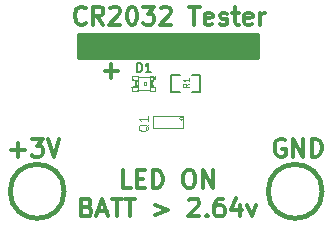
<source format=gto>
G04 (created by PCBNEW (2013-june-11)-stable) date Wed 28 May 2014 08:32:28 PM PDT*
%MOIN*%
G04 Gerber Fmt 3.4, Leading zero omitted, Abs format*
%FSLAX34Y34*%
G01*
G70*
G90*
G04 APERTURE LIST*
%ADD10C,0.00590551*%
%ADD11C,0.011811*%
%ADD12C,0.0031*%
%ADD13C,0.005*%
%ADD14C,0.0026*%
%ADD15C,0.004*%
%ADD16C,0.002*%
%ADD17C,0.015*%
%ADD18C,0.0047*%
%ADD19C,0.0045*%
%ADD20C,0.01*%
G04 APERTURE END LIST*
G54D10*
G54D11*
X61250Y-60176D02*
X61193Y-60148D01*
X61109Y-60148D01*
X61025Y-60176D01*
X60968Y-60232D01*
X60940Y-60289D01*
X60912Y-60401D01*
X60912Y-60485D01*
X60940Y-60598D01*
X60968Y-60654D01*
X61025Y-60710D01*
X61109Y-60739D01*
X61165Y-60739D01*
X61250Y-60710D01*
X61278Y-60682D01*
X61278Y-60485D01*
X61165Y-60485D01*
X61531Y-60739D02*
X61531Y-60148D01*
X61868Y-60739D01*
X61868Y-60148D01*
X62149Y-60739D02*
X62149Y-60148D01*
X62290Y-60148D01*
X62374Y-60176D01*
X62431Y-60232D01*
X62459Y-60289D01*
X62487Y-60401D01*
X62487Y-60485D01*
X62459Y-60598D01*
X62431Y-60654D01*
X62374Y-60710D01*
X62290Y-60739D01*
X62149Y-60739D01*
X55245Y-57884D02*
X55694Y-57884D01*
X55470Y-58109D02*
X55470Y-57659D01*
X52140Y-60514D02*
X52590Y-60514D01*
X52365Y-60739D02*
X52365Y-60289D01*
X52815Y-60148D02*
X53181Y-60148D01*
X52984Y-60373D01*
X53068Y-60373D01*
X53124Y-60401D01*
X53153Y-60429D01*
X53181Y-60485D01*
X53181Y-60626D01*
X53153Y-60682D01*
X53124Y-60710D01*
X53068Y-60739D01*
X52900Y-60739D01*
X52843Y-60710D01*
X52815Y-60682D01*
X53349Y-60148D02*
X53546Y-60739D01*
X53743Y-60148D01*
X56126Y-61789D02*
X55845Y-61789D01*
X55845Y-61198D01*
X56323Y-61479D02*
X56520Y-61479D01*
X56604Y-61789D02*
X56323Y-61789D01*
X56323Y-61198D01*
X56604Y-61198D01*
X56857Y-61789D02*
X56857Y-61198D01*
X56998Y-61198D01*
X57082Y-61226D01*
X57139Y-61282D01*
X57167Y-61339D01*
X57195Y-61451D01*
X57195Y-61535D01*
X57167Y-61648D01*
X57139Y-61704D01*
X57082Y-61760D01*
X56998Y-61789D01*
X56857Y-61789D01*
X58010Y-61198D02*
X58123Y-61198D01*
X58179Y-61226D01*
X58235Y-61282D01*
X58263Y-61395D01*
X58263Y-61592D01*
X58235Y-61704D01*
X58179Y-61760D01*
X58123Y-61789D01*
X58010Y-61789D01*
X57954Y-61760D01*
X57898Y-61704D01*
X57870Y-61592D01*
X57870Y-61395D01*
X57898Y-61282D01*
X57954Y-61226D01*
X58010Y-61198D01*
X58517Y-61789D02*
X58517Y-61198D01*
X58854Y-61789D01*
X58854Y-61198D01*
X54664Y-62424D02*
X54748Y-62452D01*
X54776Y-62480D01*
X54805Y-62537D01*
X54805Y-62621D01*
X54776Y-62677D01*
X54748Y-62705D01*
X54692Y-62733D01*
X54467Y-62733D01*
X54467Y-62143D01*
X54664Y-62143D01*
X54720Y-62171D01*
X54748Y-62199D01*
X54776Y-62255D01*
X54776Y-62312D01*
X54748Y-62368D01*
X54720Y-62396D01*
X54664Y-62424D01*
X54467Y-62424D01*
X55029Y-62565D02*
X55311Y-62565D01*
X54973Y-62733D02*
X55170Y-62143D01*
X55367Y-62733D01*
X55479Y-62143D02*
X55817Y-62143D01*
X55648Y-62733D02*
X55648Y-62143D01*
X55929Y-62143D02*
X56267Y-62143D01*
X56098Y-62733D02*
X56098Y-62143D01*
X56914Y-62340D02*
X57364Y-62508D01*
X56914Y-62677D01*
X58067Y-62199D02*
X58095Y-62171D01*
X58151Y-62143D01*
X58292Y-62143D01*
X58348Y-62171D01*
X58376Y-62199D01*
X58404Y-62255D01*
X58404Y-62312D01*
X58376Y-62396D01*
X58038Y-62733D01*
X58404Y-62733D01*
X58657Y-62677D02*
X58685Y-62705D01*
X58657Y-62733D01*
X58629Y-62705D01*
X58657Y-62677D01*
X58657Y-62733D01*
X59191Y-62143D02*
X59079Y-62143D01*
X59023Y-62171D01*
X58995Y-62199D01*
X58938Y-62283D01*
X58910Y-62396D01*
X58910Y-62621D01*
X58938Y-62677D01*
X58966Y-62705D01*
X59023Y-62733D01*
X59135Y-62733D01*
X59191Y-62705D01*
X59220Y-62677D01*
X59248Y-62621D01*
X59248Y-62480D01*
X59220Y-62424D01*
X59191Y-62396D01*
X59135Y-62368D01*
X59023Y-62368D01*
X58966Y-62396D01*
X58938Y-62424D01*
X58910Y-62480D01*
X59754Y-62340D02*
X59754Y-62733D01*
X59613Y-62115D02*
X59473Y-62537D01*
X59838Y-62537D01*
X60007Y-62340D02*
X60148Y-62733D01*
X60288Y-62340D01*
X54615Y-56282D02*
X54587Y-56310D01*
X54503Y-56339D01*
X54447Y-56339D01*
X54362Y-56310D01*
X54306Y-56254D01*
X54278Y-56198D01*
X54250Y-56085D01*
X54250Y-56001D01*
X54278Y-55889D01*
X54306Y-55832D01*
X54362Y-55776D01*
X54447Y-55748D01*
X54503Y-55748D01*
X54587Y-55776D01*
X54615Y-55804D01*
X55206Y-56339D02*
X55009Y-56057D01*
X54869Y-56339D02*
X54869Y-55748D01*
X55094Y-55748D01*
X55150Y-55776D01*
X55178Y-55804D01*
X55206Y-55860D01*
X55206Y-55945D01*
X55178Y-56001D01*
X55150Y-56029D01*
X55094Y-56057D01*
X54869Y-56057D01*
X55431Y-55804D02*
X55459Y-55776D01*
X55515Y-55748D01*
X55656Y-55748D01*
X55712Y-55776D01*
X55740Y-55804D01*
X55768Y-55860D01*
X55768Y-55917D01*
X55740Y-56001D01*
X55403Y-56339D01*
X55768Y-56339D01*
X56134Y-55748D02*
X56190Y-55748D01*
X56247Y-55776D01*
X56275Y-55804D01*
X56303Y-55860D01*
X56331Y-55973D01*
X56331Y-56114D01*
X56303Y-56226D01*
X56275Y-56282D01*
X56247Y-56310D01*
X56190Y-56339D01*
X56134Y-56339D01*
X56078Y-56310D01*
X56050Y-56282D01*
X56022Y-56226D01*
X55993Y-56114D01*
X55993Y-55973D01*
X56022Y-55860D01*
X56050Y-55804D01*
X56078Y-55776D01*
X56134Y-55748D01*
X56528Y-55748D02*
X56893Y-55748D01*
X56696Y-55973D01*
X56781Y-55973D01*
X56837Y-56001D01*
X56865Y-56029D01*
X56893Y-56085D01*
X56893Y-56226D01*
X56865Y-56282D01*
X56837Y-56310D01*
X56781Y-56339D01*
X56612Y-56339D01*
X56556Y-56310D01*
X56528Y-56282D01*
X57118Y-55804D02*
X57146Y-55776D01*
X57203Y-55748D01*
X57343Y-55748D01*
X57400Y-55776D01*
X57428Y-55804D01*
X57456Y-55860D01*
X57456Y-55917D01*
X57428Y-56001D01*
X57090Y-56339D01*
X57456Y-56339D01*
X58074Y-55748D02*
X58412Y-55748D01*
X58243Y-56339D02*
X58243Y-55748D01*
X58834Y-56310D02*
X58777Y-56339D01*
X58665Y-56339D01*
X58609Y-56310D01*
X58581Y-56254D01*
X58581Y-56029D01*
X58609Y-55973D01*
X58665Y-55945D01*
X58777Y-55945D01*
X58834Y-55973D01*
X58862Y-56029D01*
X58862Y-56085D01*
X58581Y-56142D01*
X59087Y-56310D02*
X59143Y-56339D01*
X59256Y-56339D01*
X59312Y-56310D01*
X59340Y-56254D01*
X59340Y-56226D01*
X59312Y-56170D01*
X59256Y-56142D01*
X59171Y-56142D01*
X59115Y-56114D01*
X59087Y-56057D01*
X59087Y-56029D01*
X59115Y-55973D01*
X59171Y-55945D01*
X59256Y-55945D01*
X59312Y-55973D01*
X59509Y-55945D02*
X59734Y-55945D01*
X59593Y-55748D02*
X59593Y-56254D01*
X59621Y-56310D01*
X59677Y-56339D01*
X59734Y-56339D01*
X60155Y-56310D02*
X60099Y-56339D01*
X59987Y-56339D01*
X59930Y-56310D01*
X59902Y-56254D01*
X59902Y-56029D01*
X59930Y-55973D01*
X59987Y-55945D01*
X60099Y-55945D01*
X60155Y-55973D01*
X60184Y-56029D01*
X60184Y-56085D01*
X59902Y-56142D01*
X60437Y-56339D02*
X60437Y-55945D01*
X60437Y-56057D02*
X60465Y-56001D01*
X60493Y-55973D01*
X60549Y-55945D01*
X60605Y-55945D01*
G54D12*
X57875Y-59462D02*
G75*
G03X57875Y-59462I-62J0D01*
G74*
G01*
X56850Y-59800D02*
X56850Y-59400D01*
X57875Y-59800D02*
X57875Y-59400D01*
X56850Y-59400D02*
X57875Y-59400D01*
X57875Y-59800D02*
X56850Y-59800D01*
G54D13*
X57753Y-58025D02*
X57475Y-58025D01*
X57475Y-58025D02*
X57475Y-58575D01*
X57475Y-58575D02*
X57753Y-58575D01*
X58425Y-58025D02*
X58147Y-58025D01*
X58425Y-58025D02*
X58425Y-58575D01*
X58425Y-58575D02*
X58147Y-58575D01*
G54D14*
X56746Y-58418D02*
X56746Y-58546D01*
X56746Y-58546D02*
X56943Y-58546D01*
X56943Y-58418D02*
X56943Y-58546D01*
X56746Y-58418D02*
X56943Y-58418D01*
X56746Y-58173D02*
X56746Y-58232D01*
X56746Y-58232D02*
X56845Y-58232D01*
X56845Y-58173D02*
X56845Y-58232D01*
X56746Y-58173D02*
X56845Y-58173D01*
X56746Y-58368D02*
X56746Y-58427D01*
X56746Y-58427D02*
X56845Y-58427D01*
X56845Y-58368D02*
X56845Y-58427D01*
X56746Y-58368D02*
X56845Y-58368D01*
X56746Y-58222D02*
X56746Y-58378D01*
X56746Y-58378D02*
X56815Y-58378D01*
X56815Y-58222D02*
X56815Y-58378D01*
X56746Y-58222D02*
X56815Y-58222D01*
X56157Y-58418D02*
X56157Y-58546D01*
X56157Y-58546D02*
X56354Y-58546D01*
X56354Y-58418D02*
X56354Y-58546D01*
X56157Y-58418D02*
X56354Y-58418D01*
X56157Y-58054D02*
X56157Y-58182D01*
X56157Y-58182D02*
X56354Y-58182D01*
X56354Y-58054D02*
X56354Y-58182D01*
X56157Y-58054D02*
X56354Y-58054D01*
X56255Y-58368D02*
X56255Y-58427D01*
X56255Y-58427D02*
X56354Y-58427D01*
X56354Y-58368D02*
X56354Y-58427D01*
X56255Y-58368D02*
X56354Y-58368D01*
X56255Y-58173D02*
X56255Y-58232D01*
X56255Y-58232D02*
X56354Y-58232D01*
X56354Y-58173D02*
X56354Y-58232D01*
X56255Y-58173D02*
X56354Y-58173D01*
X56285Y-58222D02*
X56285Y-58378D01*
X56285Y-58378D02*
X56354Y-58378D01*
X56354Y-58222D02*
X56354Y-58378D01*
X56285Y-58222D02*
X56354Y-58222D01*
X56550Y-58261D02*
X56550Y-58339D01*
X56550Y-58339D02*
X56628Y-58339D01*
X56628Y-58261D02*
X56628Y-58339D01*
X56550Y-58261D02*
X56628Y-58261D01*
X56746Y-58064D02*
X56746Y-58182D01*
X56746Y-58182D02*
X56864Y-58182D01*
X56864Y-58064D02*
X56864Y-58182D01*
X56746Y-58064D02*
X56864Y-58064D01*
X56914Y-58054D02*
X56914Y-58143D01*
X56914Y-58143D02*
X56943Y-58143D01*
X56943Y-58054D02*
X56943Y-58143D01*
X56914Y-58054D02*
X56943Y-58054D01*
G54D15*
X56756Y-58526D02*
X56344Y-58526D01*
X56354Y-58074D02*
X56914Y-58074D01*
G54D16*
X56912Y-58123D02*
G75*
G03X56912Y-58123I-28J0D01*
G74*
G01*
G54D15*
X56943Y-58163D02*
G75*
G03X56943Y-58437I0J-137D01*
G74*
G01*
X56157Y-58437D02*
G75*
G03X56157Y-58163I0J137D01*
G74*
G01*
G54D17*
X53900Y-61900D02*
G75*
G03X53900Y-61900I-900J0D01*
G74*
G01*
X62500Y-61900D02*
G75*
G03X62500Y-61900I-900J0D01*
G74*
G01*
G54D18*
X56713Y-59667D02*
X56698Y-59696D01*
X56670Y-59724D01*
X56627Y-59767D01*
X56613Y-59796D01*
X56613Y-59824D01*
X56684Y-59810D02*
X56670Y-59839D01*
X56641Y-59867D01*
X56584Y-59881D01*
X56484Y-59881D01*
X56427Y-59867D01*
X56398Y-59839D01*
X56384Y-59810D01*
X56384Y-59753D01*
X56398Y-59724D01*
X56427Y-59696D01*
X56484Y-59681D01*
X56584Y-59681D01*
X56641Y-59696D01*
X56670Y-59724D01*
X56684Y-59753D01*
X56684Y-59810D01*
X56684Y-59396D02*
X56684Y-59567D01*
X56684Y-59481D02*
X56384Y-59481D01*
X56427Y-59510D01*
X56455Y-59539D01*
X56470Y-59567D01*
G54D19*
X58054Y-58305D02*
X57960Y-58365D01*
X58054Y-58407D02*
X57857Y-58407D01*
X57857Y-58339D01*
X57867Y-58322D01*
X57876Y-58313D01*
X57895Y-58305D01*
X57923Y-58305D01*
X57942Y-58313D01*
X57951Y-58322D01*
X57960Y-58339D01*
X57960Y-58407D01*
X58054Y-58133D02*
X58054Y-58236D01*
X58054Y-58185D02*
X57857Y-58185D01*
X57885Y-58202D01*
X57904Y-58219D01*
X57914Y-58236D01*
G54D13*
X56328Y-57921D02*
X56328Y-57621D01*
X56400Y-57621D01*
X56442Y-57635D01*
X56471Y-57664D01*
X56485Y-57692D01*
X56500Y-57750D01*
X56500Y-57792D01*
X56485Y-57850D01*
X56471Y-57878D01*
X56442Y-57907D01*
X56400Y-57921D01*
X56328Y-57921D01*
X56785Y-57921D02*
X56614Y-57921D01*
X56700Y-57921D02*
X56700Y-57621D01*
X56671Y-57664D01*
X56642Y-57692D01*
X56614Y-57707D01*
G54D10*
G36*
X60350Y-57450D02*
X54350Y-57450D01*
X54350Y-56650D01*
X60350Y-56650D01*
X60350Y-57450D01*
X60350Y-57450D01*
G37*
G54D20*
X60350Y-57450D02*
X54350Y-57450D01*
X54350Y-56650D01*
X60350Y-56650D01*
X60350Y-57450D01*
M02*

</source>
